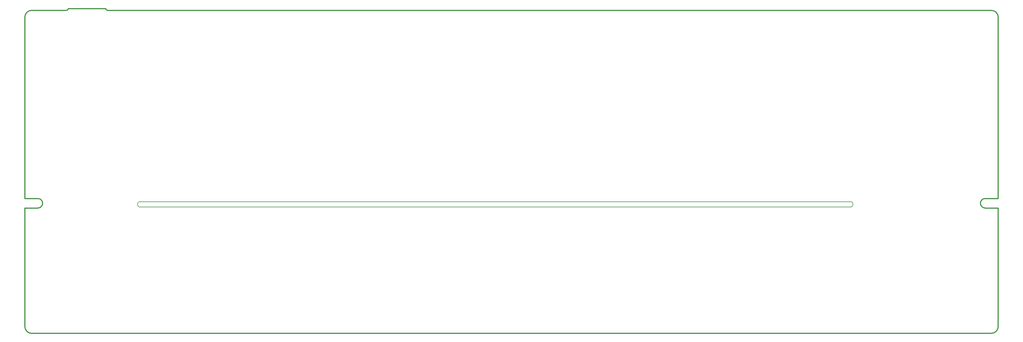
<source format=gm1>
G04 #@! TF.GenerationSoftware,KiCad,Pcbnew,(5.1.10)-1*
G04 #@! TF.CreationDate,2021-06-19T15:41:07+07:00*
G04 #@! TF.ProjectId,Voyager60,566f7961-6765-4723-9630-2e6b69636164,rev?*
G04 #@! TF.SameCoordinates,Original*
G04 #@! TF.FileFunction,Profile,NP*
%FSLAX46Y46*%
G04 Gerber Fmt 4.6, Leading zero omitted, Abs format (unit mm)*
G04 Created by KiCad (PCBNEW (5.1.10)-1) date 2021-06-19 15:41:07*
%MOMM*%
%LPD*%
G01*
G04 APERTURE LIST*
G04 #@! TA.AperFunction,Profile*
%ADD10C,0.150000*%
G04 #@! TD*
G04 #@! TA.AperFunction,Profile*
%ADD11C,0.200000*%
G04 #@! TD*
G04 #@! TA.AperFunction,Profile*
%ADD12C,0.300000*%
G04 #@! TD*
G04 APERTURE END LIST*
D10*
X56356250Y-80168750D02*
X264318750Y-80168750D01*
X264318750Y-78581250D02*
X56356250Y-78581250D01*
D11*
X264318750Y-78581250D02*
G75*
G02*
X264318750Y-80168750I0J-793750D01*
G01*
X56356250Y-80168750D02*
G75*
G02*
X56356250Y-78581250I0J793750D01*
G01*
D12*
X24600000Y-117150000D02*
X305600000Y-117150000D01*
X305600000Y-22550000D02*
X46800000Y-22550000D01*
X22600000Y-115150000D02*
X22600000Y-80450000D01*
X22600000Y-80450000D02*
X26400000Y-80450000D01*
X26400000Y-77650000D02*
X22600000Y-77650000D01*
X22600000Y-77650000D02*
X22600000Y-24550000D01*
X307600000Y-80450000D02*
X307600000Y-115150000D01*
X307600000Y-77650000D02*
X307600000Y-24550000D01*
X303800000Y-80450000D02*
X307600000Y-80450000D01*
X303800000Y-77650000D02*
X307600000Y-77650000D01*
X35300000Y-22050000D02*
X46300000Y-22050000D01*
X24600000Y-22550000D02*
X34800000Y-22550000D01*
X24600000Y-22550000D02*
G75*
G03*
X22600000Y-24550000I0J-2000000D01*
G01*
X22600000Y-115150000D02*
G75*
G03*
X24600000Y-117150000I2000000J0D01*
G01*
X305600000Y-117150000D02*
G75*
G03*
X307600000Y-115150000I0J2000000D01*
G01*
X307600000Y-24550000D02*
G75*
G03*
X305600000Y-22550000I-2000000J0D01*
G01*
X27800000Y-79050000D02*
G75*
G03*
X26400000Y-77650000I-1400000J0D01*
G01*
X302400000Y-79050000D02*
G75*
G02*
X303800000Y-77650000I1400000J0D01*
G01*
X303800000Y-80450000D02*
G75*
G02*
X302400000Y-79050000I0J1400000D01*
G01*
X26400000Y-80450000D02*
G75*
G03*
X27800000Y-79050000I0J1400000D01*
G01*
X34800000Y-22550000D02*
G75*
G03*
X35300000Y-22050000I0J500000D01*
G01*
X46300000Y-22050000D02*
G75*
G03*
X46800000Y-22550000I500000J0D01*
G01*
M02*

</source>
